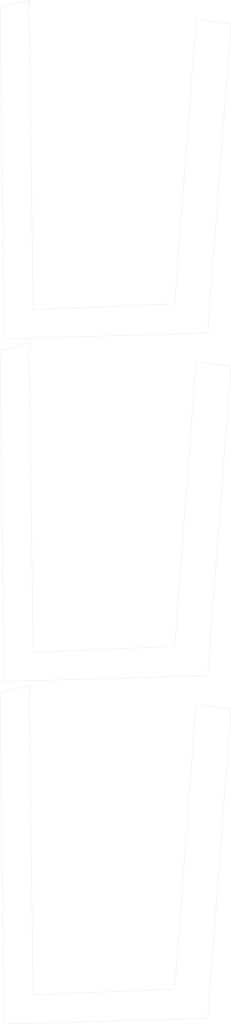
<source format=kicad_pcb>
(kicad_pcb (version 20221018) (generator pcbnew)

  (general
    (thickness 1.6)
  )

  (paper "A4")
  (layers
    (0 "F.Cu" signal)
    (31 "B.Cu" signal)
    (32 "B.Adhes" user "B.Adhesive")
    (33 "F.Adhes" user "F.Adhesive")
    (34 "B.Paste" user)
    (35 "F.Paste" user)
    (36 "B.SilkS" user "B.Silkscreen")
    (37 "F.SilkS" user "F.Silkscreen")
    (38 "B.Mask" user)
    (39 "F.Mask" user)
    (40 "Dwgs.User" user "User.Drawings")
    (41 "Cmts.User" user "User.Comments")
    (42 "Eco1.User" user "User.Eco1")
    (43 "Eco2.User" user "User.Eco2")
    (44 "Edge.Cuts" user)
    (45 "Margin" user)
    (46 "B.CrtYd" user "B.Courtyard")
    (47 "F.CrtYd" user "F.Courtyard")
    (48 "B.Fab" user)
    (49 "F.Fab" user)
    (50 "User.1" user)
    (51 "User.2" user)
    (52 "User.3" user)
    (53 "User.4" user)
    (54 "User.5" user)
    (55 "User.6" user)
    (56 "User.7" user)
    (57 "User.8" user)
    (58 "User.9" user)
  )

  (setup
    (stackup
      (layer "F.SilkS" (type "Top Silk Screen"))
      (layer "F.Paste" (type "Top Solder Paste"))
      (layer "F.Mask" (type "Top Solder Mask") (thickness 0.01))
      (layer "F.Cu" (type "copper") (thickness 0.035))
      (layer "dielectric 1" (type "core") (thickness 1.51) (material "FR4") (epsilon_r 4.5) (loss_tangent 0.02))
      (layer "B.Cu" (type "copper") (thickness 0.035))
      (layer "B.Mask" (type "Bottom Solder Mask") (thickness 0.01))
      (layer "B.Paste" (type "Bottom Solder Paste"))
      (layer "B.SilkS" (type "Bottom Silk Screen"))
      (layer "F.SilkS" (type "Top Silk Screen"))
      (layer "F.Paste" (type "Top Solder Paste"))
      (layer "F.Mask" (type "Top Solder Mask") (thickness 0.01))
      (layer "F.Cu" (type "copper") (thickness 0.035))
      (layer "dielectric 1" (type "core") (thickness 1.51) (material "FR4") (epsilon_r 4.5) (loss_tangent 0.02))
      (layer "B.Cu" (type "copper") (thickness 0.035))
      (layer "B.Mask" (type "Bottom Solder Mask") (thickness 0.01))
      (layer "B.Paste" (type "Bottom Solder Paste"))
      (layer "B.SilkS" (type "Bottom Silk Screen"))
      (layer "F.SilkS" (type "Top Silk Screen"))
      (layer "F.Paste" (type "Top Solder Paste"))
      (layer "F.Mask" (type "Top Solder Mask") (thickness 0.01))
      (layer "F.Cu" (type "copper") (thickness 0.035))
      (layer "dielectric 1" (type "core") (thickness 1.51) (material "FR4") (epsilon_r 4.5) (loss_tangent 0.02))
      (layer "B.Cu" (type "copper") (thickness 0.035))
      (layer "B.Mask" (type "Bottom Solder Mask") (thickness 0.01))
      (layer "B.Paste" (type "Bottom Solder Paste"))
      (layer "B.SilkS" (type "Bottom Silk Screen"))
      (copper_finish "None")
      (dielectric_constraints no)
    )
    (pad_to_mask_clearance 0)
    (pcbplotparams
      (layerselection 0x00010fc_ffffffff)
      (plot_on_all_layers_selection 0x0000000_00000000)
      (disableapertmacros false)
      (usegerberextensions false)
      (usegerberattributes true)
      (usegerberadvancedattributes true)
      (creategerberjobfile true)
      (dashed_line_dash_ratio 12.000000)
      (dashed_line_gap_ratio 3.000000)
      (svgprecision 4)
      (plotframeref false)
      (viasonmask false)
      (mode 1)
      (useauxorigin false)
      (hpglpennumber 1)
      (hpglpenspeed 20)
      (hpglpendiameter 15.000000)
      (dxfpolygonmode true)
      (dxfimperialunits true)
      (dxfusepcbnewfont true)
      (psnegative false)
      (psa4output false)
      (plotreference true)
      (plotvalue true)
      (plotinvisibletext false)
      (sketchpadsonfab false)
      (subtractmaskfromsilk false)
      (outputformat 1)
      (mirror false)
      (drillshape 1)
      (scaleselection 1)
      (outputdirectory "")
    )
  )

  (net 0 "")

  (gr_line (start 7.999965 0.483117) (end 0.499965 2.483117)
    (stroke (width 0.05) (type default)) (layer "Edge.Cuts") (tstamp 075eb308-3c93-4fee-91ca-e7481dfd0a29))
  (gr_line (start 7.999965 176.448943) (end 0.499965 178.448943)
    (stroke (width 0.05) (type default)) (layer "Edge.Cuts") (tstamp 0aa68973-7cc5-4b10-8b3e-a2892f016b72))
  (gr_line (start 53.999965 85.983117) (end 59.999965 6.483117)
    (stroke (width 0.05) (type default)) (layer "Edge.Cuts") (tstamp 1ef173ff-b4c0-42ce-948e-fd2606696d9a))
  (gr_line (start 50.999965 181.448943) (end 45.499965 254.448943)
    (stroke (width 0.05) (type default)) (layer "Edge.Cuts") (tstamp 27648d95-ae7f-4e97-95ef-9b1978f1f5e4))
  (gr_line (start 59.999965 6.483117) (end 50.999965 5.483117)
    (stroke (width 0.05) (type default)) (layer "Edge.Cuts") (tstamp 2a4ec76c-a0d1-4821-84a9-45d149eba047))
  (gr_line (start 50.999965 5.483117) (end 45.499965 78.483117)
    (stroke (width 0.05) (type default)) (layer "Edge.Cuts") (tstamp 340d2b4d-3399-45b3-bd63-9fa85109c237))
  (gr_line (start 8.999965 79.983117) (end 7.999965 0.483117)
    (stroke (width 0.05) (type default)) (layer "Edge.Cuts") (tstamp 45910639-85c9-4088-8bc8-e57f0b954a95))
  (gr_line (start 0.499965 2.483117) (end 1.499965 87.483117)
    (stroke (width 0.05) (type default)) (layer "Edge.Cuts") (tstamp 61967163-5732-40ea-bcce-34112d72a304))
  (gr_line (start 45.499965 254.448943) (end 8.999965 255.948943)
    (stroke (width 0.05) (type default)) (layer "Edge.Cuts") (tstamp 622e1c75-012e-45e3-aaf7-0e0dcacc3df0))
  (gr_line (start 0.499965 90.46603) (end 1.499965 175.46603)
    (stroke (width 0.05) (type default)) (layer "Edge.Cuts") (tstamp 78c81235-b0d8-411c-8589-54d8ce40d636))
  (gr_line (start 59.999965 182.448943) (end 50.999965 181.448943)
    (stroke (width 0.05) (type default)) (layer "Edge.Cuts") (tstamp 7f3d01a1-ef4f-4df8-844e-a89535c76062))
  (gr_line (start 50.999965 93.46603) (end 45.499965 166.46603)
    (stroke (width 0.05) (type default)) (layer "Edge.Cuts") (tstamp 7f409e36-7eab-42ed-8b5d-cb288e5dd65b))
  (gr_line (start 8.999965 255.948943) (end 7.999965 176.448943)
    (stroke (width 0.05) (type default)) (layer "Edge.Cuts") (tstamp 878288ec-55f5-4053-b0da-9ba4c2128732))
  (gr_line (start 1.499965 263.448943) (end 53.999965 261.948943)
    (stroke (width 0.05) (type default)) (layer "Edge.Cuts") (tstamp 93406cc7-7b2f-4c50-895d-fc8cbc72a478))
  (gr_line (start 59.999965 94.46603) (end 50.999965 93.46603)
    (stroke (width 0.05) (type default)) (layer "Edge.Cuts") (tstamp 9e5dea45-085b-4edc-bc15-368eb177b627))
  (gr_line (start 1.499965 175.46603) (end 53.999965 173.96603)
    (stroke (width 0.05) (type default)) (layer "Edge.Cuts") (tstamp a4157b45-9f6d-4006-9c2f-edbba6c236f4))
  (gr_line (start 45.499965 166.46603) (end 8.999965 167.96603)
    (stroke (width 0.05) (type default)) (layer "Edge.Cuts") (tstamp b554a661-07ee-4013-be9e-b58c0dfc01ca))
  (gr_line (start 1.499965 87.483117) (end 53.999965 85.983117)
    (stroke (width 0.05) (type default)) (layer "Edge.Cuts") (tstamp b56613b4-2ade-4cec-bea2-98c5850d3529))
  (gr_line (start 7.999965 88.46603) (end 0.499965 90.46603)
    (stroke (width 0.05) (type default)) (layer "Edge.Cuts") (tstamp b5fd9f4d-ed50-41ed-8a50-f009fbbe553c))
  (gr_line (start 53.999965 261.948943) (end 59.999965 182.448943)
    (stroke (width 0.05) (type default)) (layer "Edge.Cuts") (tstamp b7426116-feda-4b5e-9758-621a251bb869))
  (gr_line (start 53.999965 173.96603) (end 59.999965 94.46603)
    (stroke (width 0.05) (type default)) (layer "Edge.Cuts") (tstamp bc5e5092-14f7-42b3-995e-85f7646f8888))
  (gr_line (start 0.499965 178.448943) (end 1.499965 263.448943)
    (stroke (width 0.05) (type default)) (layer "Edge.Cuts") (tstamp bced28aa-468b-4259-9e7d-df24196b18d5))
  (gr_line (start 8.999965 167.96603) (end 7.999965 88.46603)
    (stroke (width 0.05) (type default)) (layer "Edge.Cuts") (tstamp be93bd3e-3132-470a-bacc-1edcdfe34278))
  (gr_line (start 45.499965 78.483117) (end 8.999965 79.983117)
    (stroke (width 0.05) (type default)) (layer "Edge.Cuts") (tstamp c868a288-937b-4c50-bd08-34a846ae7f61))

)

</source>
